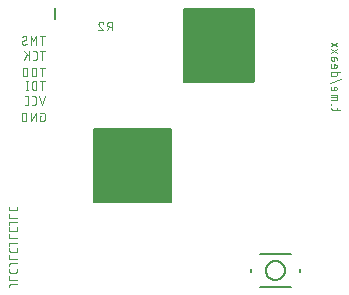
<source format=gbr>
G04 EAGLE Gerber RS-274X export*
G75*
%MOMM*%
%FSLAX34Y34*%
%LPD*%
%INSilkscreen Bottom*%
%IPPOS*%
%AMOC8*
5,1,8,0,0,1.08239X$1,22.5*%
G01*
%ADD10C,0.076200*%
%ADD11C,0.127000*%
%ADD12C,0.203200*%

G36*
X146068Y112271D02*
X146068Y112271D01*
X146086Y112269D01*
X146268Y112290D01*
X146451Y112309D01*
X146468Y112314D01*
X146485Y112316D01*
X146660Y112373D01*
X146836Y112427D01*
X146851Y112435D01*
X146868Y112441D01*
X147028Y112531D01*
X147190Y112619D01*
X147203Y112630D01*
X147219Y112639D01*
X147358Y112759D01*
X147499Y112876D01*
X147510Y112890D01*
X147524Y112902D01*
X147636Y113047D01*
X147751Y113190D01*
X147759Y113206D01*
X147770Y113220D01*
X147852Y113385D01*
X147937Y113547D01*
X147942Y113564D01*
X147950Y113581D01*
X147997Y113759D01*
X148048Y113934D01*
X148050Y113952D01*
X148054Y113969D01*
X148081Y114300D01*
X148081Y173990D01*
X148079Y174008D01*
X148081Y174026D01*
X148060Y174208D01*
X148041Y174391D01*
X148036Y174408D01*
X148034Y174425D01*
X147977Y174600D01*
X147923Y174776D01*
X147915Y174791D01*
X147909Y174808D01*
X147819Y174968D01*
X147731Y175130D01*
X147720Y175143D01*
X147711Y175159D01*
X147591Y175298D01*
X147474Y175439D01*
X147460Y175450D01*
X147448Y175464D01*
X147303Y175576D01*
X147160Y175691D01*
X147144Y175699D01*
X147130Y175710D01*
X146965Y175792D01*
X146803Y175877D01*
X146786Y175882D01*
X146770Y175890D01*
X146591Y175937D01*
X146416Y175988D01*
X146398Y175990D01*
X146381Y175994D01*
X146050Y176021D01*
X82550Y176021D01*
X82532Y176019D01*
X82514Y176021D01*
X82332Y176000D01*
X82149Y175981D01*
X82132Y175976D01*
X82115Y175974D01*
X81940Y175917D01*
X81764Y175863D01*
X81749Y175855D01*
X81732Y175849D01*
X81572Y175759D01*
X81410Y175671D01*
X81397Y175660D01*
X81381Y175651D01*
X81242Y175531D01*
X81101Y175414D01*
X81090Y175400D01*
X81077Y175388D01*
X80964Y175243D01*
X80849Y175100D01*
X80841Y175084D01*
X80830Y175070D01*
X80748Y174905D01*
X80663Y174743D01*
X80658Y174726D01*
X80650Y174710D01*
X80603Y174531D01*
X80552Y174356D01*
X80550Y174338D01*
X80546Y174321D01*
X80519Y173990D01*
X80519Y114300D01*
X80521Y114282D01*
X80519Y114264D01*
X80540Y114082D01*
X80559Y113899D01*
X80564Y113882D01*
X80566Y113865D01*
X80623Y113690D01*
X80677Y113514D01*
X80685Y113499D01*
X80691Y113482D01*
X80781Y113322D01*
X80869Y113160D01*
X80880Y113147D01*
X80889Y113131D01*
X81009Y112992D01*
X81126Y112851D01*
X81140Y112840D01*
X81152Y112827D01*
X81297Y112714D01*
X81440Y112599D01*
X81456Y112591D01*
X81470Y112580D01*
X81635Y112498D01*
X81797Y112413D01*
X81814Y112408D01*
X81831Y112400D01*
X82009Y112353D01*
X82184Y112302D01*
X82202Y112300D01*
X82219Y112296D01*
X82550Y112269D01*
X146050Y112269D01*
X146068Y112271D01*
G37*
G36*
X215918Y213871D02*
X215918Y213871D01*
X215936Y213869D01*
X216118Y213890D01*
X216301Y213909D01*
X216318Y213914D01*
X216335Y213916D01*
X216510Y213973D01*
X216686Y214027D01*
X216701Y214035D01*
X216718Y214041D01*
X216878Y214131D01*
X217040Y214219D01*
X217053Y214230D01*
X217069Y214239D01*
X217208Y214359D01*
X217349Y214476D01*
X217360Y214490D01*
X217374Y214502D01*
X217486Y214647D01*
X217601Y214790D01*
X217609Y214806D01*
X217620Y214820D01*
X217702Y214985D01*
X217787Y215147D01*
X217792Y215164D01*
X217800Y215181D01*
X217847Y215359D01*
X217898Y215534D01*
X217900Y215552D01*
X217904Y215569D01*
X217931Y215900D01*
X217931Y275590D01*
X217929Y275608D01*
X217931Y275626D01*
X217910Y275808D01*
X217891Y275991D01*
X217886Y276008D01*
X217884Y276025D01*
X217827Y276200D01*
X217773Y276376D01*
X217765Y276391D01*
X217759Y276408D01*
X217669Y276568D01*
X217581Y276730D01*
X217570Y276743D01*
X217561Y276759D01*
X217441Y276898D01*
X217324Y277039D01*
X217310Y277050D01*
X217298Y277064D01*
X217153Y277176D01*
X217010Y277291D01*
X216994Y277299D01*
X216980Y277310D01*
X216815Y277392D01*
X216653Y277477D01*
X216636Y277482D01*
X216620Y277490D01*
X216441Y277537D01*
X216266Y277588D01*
X216248Y277590D01*
X216231Y277594D01*
X215900Y277621D01*
X158750Y277621D01*
X158732Y277619D01*
X158714Y277621D01*
X158532Y277600D01*
X158349Y277581D01*
X158332Y277576D01*
X158315Y277574D01*
X158140Y277517D01*
X157964Y277463D01*
X157949Y277455D01*
X157932Y277449D01*
X157772Y277359D01*
X157610Y277271D01*
X157597Y277260D01*
X157581Y277251D01*
X157442Y277131D01*
X157301Y277014D01*
X157290Y277000D01*
X157277Y276988D01*
X157164Y276843D01*
X157049Y276700D01*
X157041Y276684D01*
X157030Y276670D01*
X156948Y276505D01*
X156863Y276343D01*
X156858Y276326D01*
X156850Y276310D01*
X156803Y276131D01*
X156752Y275956D01*
X156750Y275938D01*
X156746Y275921D01*
X156719Y275590D01*
X156719Y215900D01*
X156721Y215882D01*
X156719Y215864D01*
X156740Y215682D01*
X156759Y215499D01*
X156764Y215482D01*
X156766Y215465D01*
X156823Y215290D01*
X156877Y215114D01*
X156885Y215099D01*
X156891Y215082D01*
X156981Y214922D01*
X157069Y214760D01*
X157080Y214747D01*
X157089Y214731D01*
X157209Y214592D01*
X157326Y214451D01*
X157340Y214440D01*
X157352Y214427D01*
X157497Y214314D01*
X157640Y214199D01*
X157656Y214191D01*
X157670Y214180D01*
X157835Y214098D01*
X157997Y214013D01*
X158014Y214008D01*
X158031Y214000D01*
X158209Y213953D01*
X158384Y213902D01*
X158402Y213900D01*
X158419Y213896D01*
X158750Y213869D01*
X215900Y213869D01*
X215918Y213871D01*
G37*
D10*
X16995Y43868D02*
X11266Y43868D01*
X11188Y43866D01*
X11110Y43861D01*
X11033Y43851D01*
X10956Y43838D01*
X10880Y43822D01*
X10805Y43802D01*
X10731Y43778D01*
X10658Y43751D01*
X10586Y43720D01*
X10516Y43686D01*
X10448Y43649D01*
X10381Y43608D01*
X10316Y43564D01*
X10254Y43518D01*
X10194Y43468D01*
X10136Y43416D01*
X10081Y43361D01*
X10029Y43303D01*
X9979Y43243D01*
X9933Y43181D01*
X9889Y43116D01*
X9848Y43050D01*
X9811Y42981D01*
X9777Y42911D01*
X9746Y42839D01*
X9719Y42766D01*
X9695Y42692D01*
X9675Y42617D01*
X9659Y42541D01*
X9646Y42464D01*
X9636Y42387D01*
X9631Y42309D01*
X9629Y42231D01*
X9629Y41413D01*
X9629Y47562D02*
X16995Y47562D01*
X9629Y47562D02*
X9629Y50836D01*
X9629Y55256D02*
X9629Y56893D01*
X9629Y55256D02*
X9631Y55178D01*
X9636Y55100D01*
X9646Y55023D01*
X9659Y54946D01*
X9675Y54870D01*
X9695Y54795D01*
X9719Y54721D01*
X9746Y54648D01*
X9777Y54576D01*
X9811Y54506D01*
X9848Y54438D01*
X9889Y54371D01*
X9933Y54306D01*
X9979Y54244D01*
X10029Y54184D01*
X10081Y54126D01*
X10136Y54071D01*
X10194Y54019D01*
X10254Y53969D01*
X10316Y53923D01*
X10381Y53879D01*
X10447Y53838D01*
X10516Y53801D01*
X10586Y53767D01*
X10658Y53736D01*
X10731Y53709D01*
X10805Y53685D01*
X10880Y53665D01*
X10956Y53649D01*
X11033Y53636D01*
X11110Y53626D01*
X11188Y53621D01*
X11266Y53619D01*
X15358Y53619D01*
X15436Y53621D01*
X15514Y53626D01*
X15591Y53636D01*
X15668Y53649D01*
X15744Y53665D01*
X15819Y53685D01*
X15893Y53709D01*
X15966Y53736D01*
X16038Y53767D01*
X16108Y53801D01*
X16177Y53838D01*
X16243Y53879D01*
X16308Y53923D01*
X16370Y53969D01*
X16430Y54019D01*
X16488Y54071D01*
X16543Y54126D01*
X16595Y54184D01*
X16645Y54244D01*
X16691Y54306D01*
X16735Y54371D01*
X16776Y54438D01*
X16813Y54506D01*
X16847Y54576D01*
X16878Y54648D01*
X16905Y54721D01*
X16929Y54795D01*
X16949Y54870D01*
X16965Y54946D01*
X16978Y55023D01*
X16988Y55100D01*
X16993Y55178D01*
X16995Y55256D01*
X16995Y56893D01*
X16995Y61424D02*
X11266Y61424D01*
X11188Y61422D01*
X11110Y61417D01*
X11033Y61407D01*
X10956Y61394D01*
X10880Y61378D01*
X10805Y61358D01*
X10731Y61334D01*
X10658Y61307D01*
X10586Y61276D01*
X10516Y61242D01*
X10448Y61205D01*
X10381Y61164D01*
X10316Y61120D01*
X10254Y61074D01*
X10194Y61024D01*
X10136Y60972D01*
X10081Y60917D01*
X10029Y60859D01*
X9979Y60799D01*
X9933Y60737D01*
X9889Y60672D01*
X9848Y60606D01*
X9811Y60537D01*
X9777Y60467D01*
X9746Y60395D01*
X9719Y60322D01*
X9695Y60248D01*
X9675Y60173D01*
X9659Y60097D01*
X9646Y60020D01*
X9636Y59943D01*
X9631Y59865D01*
X9629Y59787D01*
X9629Y58969D01*
X9629Y65118D02*
X16995Y65118D01*
X9629Y65118D02*
X9629Y68392D01*
X9629Y72812D02*
X9629Y74449D01*
X9629Y72812D02*
X9631Y72734D01*
X9636Y72656D01*
X9646Y72579D01*
X9659Y72502D01*
X9675Y72426D01*
X9695Y72351D01*
X9719Y72277D01*
X9746Y72204D01*
X9777Y72132D01*
X9811Y72062D01*
X9848Y71994D01*
X9889Y71927D01*
X9933Y71862D01*
X9979Y71800D01*
X10029Y71740D01*
X10081Y71682D01*
X10136Y71627D01*
X10194Y71575D01*
X10254Y71525D01*
X10316Y71479D01*
X10381Y71435D01*
X10447Y71394D01*
X10516Y71357D01*
X10586Y71323D01*
X10658Y71292D01*
X10731Y71265D01*
X10805Y71241D01*
X10880Y71221D01*
X10956Y71205D01*
X11033Y71192D01*
X11110Y71182D01*
X11188Y71177D01*
X11266Y71175D01*
X15358Y71175D01*
X15436Y71177D01*
X15514Y71182D01*
X15591Y71192D01*
X15668Y71205D01*
X15744Y71221D01*
X15819Y71241D01*
X15893Y71265D01*
X15966Y71292D01*
X16038Y71323D01*
X16108Y71357D01*
X16177Y71394D01*
X16243Y71435D01*
X16308Y71479D01*
X16370Y71525D01*
X16430Y71575D01*
X16488Y71627D01*
X16543Y71682D01*
X16595Y71740D01*
X16645Y71800D01*
X16691Y71862D01*
X16735Y71927D01*
X16776Y71994D01*
X16813Y72062D01*
X16847Y72132D01*
X16878Y72204D01*
X16905Y72277D01*
X16929Y72351D01*
X16949Y72426D01*
X16965Y72502D01*
X16978Y72579D01*
X16988Y72656D01*
X16993Y72734D01*
X16995Y72812D01*
X16995Y74449D01*
X16995Y78981D02*
X11266Y78981D01*
X11188Y78979D01*
X11110Y78974D01*
X11033Y78964D01*
X10956Y78951D01*
X10880Y78935D01*
X10805Y78915D01*
X10731Y78891D01*
X10658Y78864D01*
X10586Y78833D01*
X10516Y78799D01*
X10448Y78762D01*
X10381Y78721D01*
X10316Y78677D01*
X10254Y78631D01*
X10194Y78581D01*
X10136Y78529D01*
X10081Y78474D01*
X10029Y78416D01*
X9979Y78356D01*
X9933Y78294D01*
X9889Y78229D01*
X9848Y78163D01*
X9811Y78094D01*
X9777Y78024D01*
X9746Y77952D01*
X9719Y77879D01*
X9695Y77805D01*
X9675Y77730D01*
X9659Y77654D01*
X9646Y77577D01*
X9636Y77500D01*
X9631Y77422D01*
X9629Y77344D01*
X9629Y76525D01*
X9629Y82675D02*
X16995Y82675D01*
X9629Y82675D02*
X9629Y85948D01*
X9629Y90369D02*
X9629Y92006D01*
X9629Y90369D02*
X9631Y90291D01*
X9636Y90213D01*
X9646Y90136D01*
X9659Y90059D01*
X9675Y89983D01*
X9695Y89908D01*
X9719Y89834D01*
X9746Y89761D01*
X9777Y89689D01*
X9811Y89619D01*
X9848Y89551D01*
X9889Y89484D01*
X9933Y89419D01*
X9979Y89357D01*
X10029Y89297D01*
X10081Y89239D01*
X10136Y89184D01*
X10194Y89132D01*
X10254Y89082D01*
X10316Y89036D01*
X10381Y88992D01*
X10447Y88951D01*
X10516Y88914D01*
X10586Y88880D01*
X10658Y88849D01*
X10731Y88822D01*
X10805Y88798D01*
X10880Y88778D01*
X10956Y88762D01*
X11033Y88749D01*
X11110Y88739D01*
X11188Y88734D01*
X11266Y88732D01*
X15358Y88732D01*
X15436Y88734D01*
X15514Y88739D01*
X15591Y88749D01*
X15668Y88762D01*
X15744Y88778D01*
X15819Y88798D01*
X15893Y88822D01*
X15966Y88849D01*
X16038Y88880D01*
X16108Y88914D01*
X16177Y88951D01*
X16243Y88992D01*
X16308Y89036D01*
X16370Y89082D01*
X16430Y89132D01*
X16488Y89184D01*
X16543Y89239D01*
X16595Y89297D01*
X16645Y89357D01*
X16691Y89419D01*
X16735Y89484D01*
X16776Y89551D01*
X16813Y89619D01*
X16847Y89689D01*
X16878Y89761D01*
X16905Y89834D01*
X16929Y89908D01*
X16949Y89983D01*
X16965Y90059D01*
X16978Y90136D01*
X16988Y90213D01*
X16993Y90291D01*
X16995Y90369D01*
X16995Y92006D01*
X16995Y96537D02*
X11266Y96537D01*
X11188Y96535D01*
X11110Y96530D01*
X11033Y96520D01*
X10956Y96507D01*
X10880Y96491D01*
X10805Y96471D01*
X10731Y96447D01*
X10658Y96420D01*
X10586Y96389D01*
X10516Y96355D01*
X10448Y96318D01*
X10381Y96277D01*
X10316Y96233D01*
X10254Y96187D01*
X10194Y96137D01*
X10136Y96085D01*
X10081Y96030D01*
X10029Y95972D01*
X9979Y95912D01*
X9933Y95850D01*
X9889Y95785D01*
X9848Y95719D01*
X9811Y95650D01*
X9777Y95580D01*
X9746Y95508D01*
X9719Y95435D01*
X9695Y95361D01*
X9675Y95286D01*
X9659Y95210D01*
X9646Y95133D01*
X9636Y95056D01*
X9631Y94978D01*
X9629Y94900D01*
X9629Y94082D01*
X9629Y100231D02*
X16995Y100231D01*
X9629Y100231D02*
X9629Y103505D01*
X9629Y107925D02*
X9629Y109562D01*
X9629Y107925D02*
X9631Y107847D01*
X9636Y107769D01*
X9646Y107692D01*
X9659Y107615D01*
X9675Y107539D01*
X9695Y107464D01*
X9719Y107390D01*
X9746Y107317D01*
X9777Y107245D01*
X9811Y107175D01*
X9848Y107107D01*
X9889Y107040D01*
X9933Y106975D01*
X9979Y106913D01*
X10029Y106853D01*
X10081Y106795D01*
X10136Y106740D01*
X10194Y106688D01*
X10254Y106638D01*
X10316Y106592D01*
X10381Y106548D01*
X10447Y106507D01*
X10516Y106470D01*
X10586Y106436D01*
X10658Y106405D01*
X10731Y106378D01*
X10805Y106354D01*
X10880Y106334D01*
X10956Y106318D01*
X11033Y106305D01*
X11110Y106295D01*
X11188Y106290D01*
X11266Y106288D01*
X15358Y106288D01*
X15436Y106290D01*
X15514Y106295D01*
X15591Y106305D01*
X15668Y106318D01*
X15744Y106334D01*
X15819Y106354D01*
X15893Y106378D01*
X15966Y106405D01*
X16038Y106436D01*
X16108Y106470D01*
X16177Y106507D01*
X16243Y106548D01*
X16308Y106592D01*
X16370Y106638D01*
X16430Y106688D01*
X16488Y106740D01*
X16543Y106795D01*
X16595Y106853D01*
X16645Y106913D01*
X16691Y106975D01*
X16735Y107040D01*
X16776Y107107D01*
X16813Y107175D01*
X16847Y107245D01*
X16878Y107317D01*
X16905Y107390D01*
X16929Y107464D01*
X16949Y107539D01*
X16965Y107615D01*
X16978Y107692D01*
X16988Y107769D01*
X16993Y107847D01*
X16995Y107925D01*
X16995Y109562D01*
X38063Y246518D02*
X38063Y253884D01*
X40109Y253884D02*
X36017Y253884D01*
X32959Y253884D02*
X32959Y246518D01*
X30504Y249791D02*
X32959Y253884D01*
X30504Y249791D02*
X28049Y253884D01*
X28049Y246518D01*
X22292Y246517D02*
X22214Y246519D01*
X22136Y246524D01*
X22059Y246534D01*
X21982Y246547D01*
X21906Y246563D01*
X21831Y246583D01*
X21757Y246607D01*
X21684Y246634D01*
X21612Y246665D01*
X21542Y246699D01*
X21474Y246736D01*
X21407Y246777D01*
X21342Y246821D01*
X21280Y246867D01*
X21220Y246917D01*
X21162Y246969D01*
X21107Y247024D01*
X21055Y247082D01*
X21005Y247142D01*
X20959Y247204D01*
X20915Y247269D01*
X20874Y247335D01*
X20837Y247404D01*
X20803Y247474D01*
X20772Y247546D01*
X20745Y247619D01*
X20721Y247693D01*
X20701Y247768D01*
X20685Y247844D01*
X20672Y247921D01*
X20662Y247998D01*
X20657Y248076D01*
X20655Y248154D01*
X22292Y246518D02*
X22406Y246520D01*
X22519Y246525D01*
X22633Y246535D01*
X22746Y246548D01*
X22858Y246565D01*
X22970Y246585D01*
X23081Y246609D01*
X23192Y246637D01*
X23301Y246668D01*
X23409Y246703D01*
X23516Y246742D01*
X23622Y246784D01*
X23726Y246829D01*
X23829Y246878D01*
X23930Y246931D01*
X24029Y246986D01*
X24127Y247045D01*
X24222Y247107D01*
X24315Y247172D01*
X24407Y247240D01*
X24495Y247311D01*
X24582Y247385D01*
X24666Y247462D01*
X24747Y247541D01*
X24543Y252247D02*
X24541Y252325D01*
X24536Y252403D01*
X24526Y252480D01*
X24513Y252557D01*
X24497Y252633D01*
X24477Y252708D01*
X24453Y252782D01*
X24426Y252855D01*
X24395Y252927D01*
X24361Y252997D01*
X24324Y253066D01*
X24283Y253132D01*
X24239Y253197D01*
X24193Y253259D01*
X24143Y253319D01*
X24091Y253377D01*
X24036Y253432D01*
X23978Y253484D01*
X23918Y253534D01*
X23856Y253580D01*
X23791Y253624D01*
X23725Y253665D01*
X23656Y253702D01*
X23586Y253736D01*
X23514Y253767D01*
X23441Y253794D01*
X23367Y253818D01*
X23292Y253838D01*
X23216Y253854D01*
X23139Y253867D01*
X23062Y253877D01*
X22984Y253882D01*
X22906Y253884D01*
X22906Y253883D02*
X22796Y253881D01*
X22687Y253875D01*
X22577Y253865D01*
X22469Y253852D01*
X22360Y253834D01*
X22253Y253813D01*
X22146Y253787D01*
X22040Y253758D01*
X21935Y253726D01*
X21832Y253689D01*
X21730Y253649D01*
X21629Y253605D01*
X21530Y253557D01*
X21433Y253507D01*
X21338Y253452D01*
X21245Y253394D01*
X21154Y253333D01*
X21065Y253269D01*
X23724Y250814D02*
X23791Y250856D01*
X23856Y250900D01*
X23918Y250948D01*
X23978Y250998D01*
X24036Y251051D01*
X24091Y251107D01*
X24143Y251166D01*
X24193Y251226D01*
X24240Y251290D01*
X24283Y251355D01*
X24324Y251422D01*
X24361Y251491D01*
X24395Y251562D01*
X24426Y251634D01*
X24453Y251708D01*
X24477Y251782D01*
X24497Y251858D01*
X24513Y251935D01*
X24526Y252012D01*
X24536Y252090D01*
X24541Y252169D01*
X24543Y252247D01*
X21473Y249586D02*
X21407Y249545D01*
X21342Y249500D01*
X21280Y249453D01*
X21220Y249402D01*
X21162Y249349D01*
X21107Y249293D01*
X21054Y249235D01*
X21005Y249174D01*
X20958Y249111D01*
X20915Y249046D01*
X20874Y248979D01*
X20837Y248910D01*
X20803Y248839D01*
X20772Y248767D01*
X20745Y248693D01*
X20721Y248618D01*
X20701Y248543D01*
X20685Y248466D01*
X20672Y248389D01*
X20662Y248311D01*
X20657Y248232D01*
X20655Y248154D01*
X21473Y249587D02*
X23724Y250814D01*
X38063Y241184D02*
X38063Y233818D01*
X40109Y241184D02*
X36017Y241184D01*
X31668Y233818D02*
X30031Y233818D01*
X31668Y233817D02*
X31746Y233819D01*
X31824Y233824D01*
X31901Y233834D01*
X31978Y233847D01*
X32054Y233863D01*
X32129Y233883D01*
X32203Y233907D01*
X32276Y233934D01*
X32348Y233965D01*
X32418Y233999D01*
X32487Y234036D01*
X32553Y234077D01*
X32618Y234121D01*
X32680Y234167D01*
X32740Y234217D01*
X32798Y234269D01*
X32853Y234324D01*
X32905Y234382D01*
X32955Y234442D01*
X33001Y234504D01*
X33045Y234569D01*
X33086Y234636D01*
X33123Y234704D01*
X33157Y234774D01*
X33188Y234846D01*
X33215Y234919D01*
X33239Y234993D01*
X33259Y235068D01*
X33275Y235144D01*
X33288Y235221D01*
X33298Y235298D01*
X33303Y235376D01*
X33305Y235454D01*
X33305Y239547D01*
X33303Y239625D01*
X33298Y239703D01*
X33288Y239780D01*
X33275Y239857D01*
X33259Y239933D01*
X33239Y240008D01*
X33215Y240082D01*
X33188Y240155D01*
X33157Y240227D01*
X33123Y240297D01*
X33086Y240366D01*
X33045Y240432D01*
X33001Y240497D01*
X32955Y240559D01*
X32905Y240619D01*
X32853Y240677D01*
X32798Y240732D01*
X32740Y240784D01*
X32680Y240834D01*
X32618Y240880D01*
X32553Y240924D01*
X32487Y240965D01*
X32418Y241002D01*
X32348Y241036D01*
X32276Y241067D01*
X32203Y241094D01*
X32129Y241118D01*
X32054Y241138D01*
X31978Y241154D01*
X31901Y241167D01*
X31824Y241177D01*
X31746Y241182D01*
X31668Y241184D01*
X30031Y241184D01*
X26824Y241184D02*
X26824Y233818D01*
X26824Y236682D02*
X22732Y241184D01*
X25187Y238319D02*
X22732Y233818D01*
X38063Y227214D02*
X38063Y219848D01*
X40109Y227214D02*
X36017Y227214D01*
X33038Y227214D02*
X33038Y219848D01*
X33038Y227214D02*
X30992Y227214D01*
X30992Y227213D02*
X30903Y227211D01*
X30814Y227205D01*
X30725Y227195D01*
X30637Y227182D01*
X30549Y227165D01*
X30462Y227143D01*
X30377Y227118D01*
X30292Y227090D01*
X30209Y227057D01*
X30127Y227021D01*
X30047Y226982D01*
X29969Y226939D01*
X29893Y226893D01*
X29818Y226843D01*
X29746Y226790D01*
X29677Y226734D01*
X29610Y226675D01*
X29545Y226614D01*
X29484Y226549D01*
X29425Y226482D01*
X29369Y226413D01*
X29316Y226341D01*
X29266Y226266D01*
X29220Y226190D01*
X29177Y226112D01*
X29138Y226032D01*
X29102Y225950D01*
X29069Y225867D01*
X29041Y225782D01*
X29016Y225697D01*
X28994Y225610D01*
X28977Y225522D01*
X28964Y225434D01*
X28954Y225345D01*
X28948Y225256D01*
X28946Y225167D01*
X28946Y221894D01*
X28948Y221805D01*
X28954Y221716D01*
X28964Y221627D01*
X28977Y221539D01*
X28994Y221451D01*
X29016Y221364D01*
X29041Y221279D01*
X29069Y221194D01*
X29102Y221111D01*
X29138Y221029D01*
X29177Y220949D01*
X29220Y220871D01*
X29266Y220795D01*
X29316Y220720D01*
X29369Y220648D01*
X29425Y220579D01*
X29484Y220512D01*
X29545Y220447D01*
X29610Y220386D01*
X29677Y220327D01*
X29746Y220271D01*
X29818Y220218D01*
X29893Y220168D01*
X29969Y220122D01*
X30047Y220079D01*
X30127Y220040D01*
X30209Y220004D01*
X30292Y219971D01*
X30377Y219943D01*
X30462Y219918D01*
X30549Y219896D01*
X30637Y219879D01*
X30725Y219866D01*
X30814Y219856D01*
X30903Y219850D01*
X30992Y219848D01*
X33038Y219848D01*
X25479Y221894D02*
X25479Y225167D01*
X25477Y225256D01*
X25471Y225345D01*
X25461Y225434D01*
X25448Y225522D01*
X25431Y225610D01*
X25409Y225697D01*
X25384Y225782D01*
X25356Y225867D01*
X25323Y225950D01*
X25287Y226032D01*
X25248Y226112D01*
X25205Y226190D01*
X25159Y226266D01*
X25109Y226341D01*
X25056Y226413D01*
X25000Y226482D01*
X24941Y226549D01*
X24880Y226614D01*
X24815Y226675D01*
X24748Y226734D01*
X24679Y226790D01*
X24607Y226843D01*
X24532Y226893D01*
X24456Y226939D01*
X24378Y226982D01*
X24298Y227021D01*
X24216Y227057D01*
X24133Y227090D01*
X24048Y227118D01*
X23963Y227143D01*
X23876Y227165D01*
X23788Y227182D01*
X23700Y227195D01*
X23611Y227205D01*
X23522Y227211D01*
X23433Y227213D01*
X23344Y227211D01*
X23255Y227205D01*
X23166Y227195D01*
X23078Y227182D01*
X22990Y227165D01*
X22903Y227143D01*
X22818Y227118D01*
X22733Y227090D01*
X22650Y227057D01*
X22568Y227021D01*
X22488Y226982D01*
X22410Y226939D01*
X22334Y226893D01*
X22259Y226843D01*
X22187Y226790D01*
X22118Y226734D01*
X22051Y226675D01*
X21986Y226614D01*
X21925Y226549D01*
X21866Y226482D01*
X21810Y226413D01*
X21757Y226341D01*
X21707Y226266D01*
X21661Y226190D01*
X21618Y226112D01*
X21579Y226032D01*
X21543Y225950D01*
X21510Y225867D01*
X21482Y225782D01*
X21457Y225697D01*
X21435Y225610D01*
X21418Y225522D01*
X21405Y225434D01*
X21395Y225345D01*
X21389Y225256D01*
X21387Y225167D01*
X21386Y225167D02*
X21386Y221894D01*
X21387Y221894D02*
X21389Y221805D01*
X21395Y221716D01*
X21405Y221627D01*
X21418Y221539D01*
X21435Y221451D01*
X21457Y221364D01*
X21482Y221279D01*
X21510Y221194D01*
X21543Y221111D01*
X21579Y221029D01*
X21618Y220949D01*
X21661Y220871D01*
X21707Y220795D01*
X21757Y220720D01*
X21810Y220648D01*
X21866Y220579D01*
X21925Y220512D01*
X21986Y220447D01*
X22051Y220386D01*
X22118Y220327D01*
X22187Y220271D01*
X22259Y220218D01*
X22334Y220168D01*
X22410Y220122D01*
X22488Y220079D01*
X22568Y220040D01*
X22650Y220004D01*
X22733Y219971D01*
X22818Y219943D01*
X22903Y219918D01*
X22990Y219896D01*
X23078Y219879D01*
X23166Y219866D01*
X23255Y219856D01*
X23344Y219850D01*
X23433Y219848D01*
X23522Y219850D01*
X23611Y219856D01*
X23700Y219866D01*
X23788Y219879D01*
X23876Y219896D01*
X23963Y219918D01*
X24048Y219943D01*
X24133Y219971D01*
X24216Y220004D01*
X24298Y220040D01*
X24378Y220079D01*
X24456Y220122D01*
X24532Y220168D01*
X24607Y220218D01*
X24679Y220271D01*
X24748Y220327D01*
X24815Y220386D01*
X24880Y220447D01*
X24941Y220512D01*
X25000Y220579D01*
X25056Y220648D01*
X25109Y220720D01*
X25159Y220795D01*
X25205Y220871D01*
X25248Y220949D01*
X25287Y221029D01*
X25323Y221111D01*
X25356Y221194D01*
X25384Y221279D01*
X25409Y221364D01*
X25431Y221451D01*
X25448Y221539D01*
X25461Y221627D01*
X25471Y221716D01*
X25477Y221805D01*
X25479Y221894D01*
X38063Y215784D02*
X38063Y208418D01*
X40109Y215784D02*
X36017Y215784D01*
X33038Y215784D02*
X33038Y208418D01*
X33038Y215784D02*
X30992Y215784D01*
X30992Y215783D02*
X30903Y215781D01*
X30814Y215775D01*
X30725Y215765D01*
X30637Y215752D01*
X30549Y215735D01*
X30462Y215713D01*
X30377Y215688D01*
X30292Y215660D01*
X30209Y215627D01*
X30127Y215591D01*
X30047Y215552D01*
X29969Y215509D01*
X29893Y215463D01*
X29818Y215413D01*
X29746Y215360D01*
X29677Y215304D01*
X29610Y215245D01*
X29545Y215184D01*
X29484Y215119D01*
X29425Y215052D01*
X29369Y214983D01*
X29316Y214911D01*
X29266Y214836D01*
X29220Y214760D01*
X29177Y214682D01*
X29138Y214602D01*
X29102Y214520D01*
X29069Y214437D01*
X29041Y214352D01*
X29016Y214267D01*
X28994Y214180D01*
X28977Y214092D01*
X28964Y214004D01*
X28954Y213915D01*
X28948Y213826D01*
X28946Y213737D01*
X28946Y210464D01*
X28948Y210375D01*
X28954Y210286D01*
X28964Y210197D01*
X28977Y210109D01*
X28994Y210021D01*
X29016Y209934D01*
X29041Y209849D01*
X29069Y209764D01*
X29102Y209681D01*
X29138Y209599D01*
X29177Y209519D01*
X29220Y209441D01*
X29266Y209365D01*
X29316Y209290D01*
X29369Y209218D01*
X29425Y209149D01*
X29484Y209082D01*
X29545Y209017D01*
X29610Y208956D01*
X29677Y208897D01*
X29746Y208841D01*
X29818Y208788D01*
X29893Y208738D01*
X29969Y208692D01*
X30047Y208649D01*
X30127Y208610D01*
X30209Y208574D01*
X30292Y208541D01*
X30377Y208513D01*
X30462Y208488D01*
X30549Y208466D01*
X30637Y208449D01*
X30725Y208436D01*
X30814Y208426D01*
X30903Y208420D01*
X30992Y208418D01*
X33038Y208418D01*
X24896Y208418D02*
X24896Y215784D01*
X25714Y208418D02*
X24077Y208418D01*
X24077Y215784D02*
X25714Y215784D01*
X40109Y203084D02*
X37654Y195718D01*
X35198Y203084D01*
X30771Y195718D02*
X29134Y195718D01*
X30771Y195717D02*
X30849Y195719D01*
X30927Y195724D01*
X31004Y195734D01*
X31081Y195747D01*
X31157Y195763D01*
X31232Y195783D01*
X31306Y195807D01*
X31379Y195834D01*
X31451Y195865D01*
X31521Y195899D01*
X31590Y195936D01*
X31656Y195977D01*
X31721Y196021D01*
X31783Y196067D01*
X31843Y196117D01*
X31901Y196169D01*
X31956Y196224D01*
X32008Y196282D01*
X32058Y196342D01*
X32104Y196404D01*
X32148Y196469D01*
X32189Y196536D01*
X32226Y196604D01*
X32260Y196674D01*
X32291Y196746D01*
X32318Y196819D01*
X32342Y196893D01*
X32362Y196968D01*
X32378Y197044D01*
X32391Y197121D01*
X32401Y197198D01*
X32406Y197276D01*
X32408Y197354D01*
X32408Y201447D01*
X32406Y201525D01*
X32401Y201603D01*
X32391Y201680D01*
X32378Y201757D01*
X32362Y201833D01*
X32342Y201908D01*
X32318Y201982D01*
X32291Y202055D01*
X32260Y202127D01*
X32226Y202197D01*
X32189Y202266D01*
X32148Y202332D01*
X32104Y202397D01*
X32058Y202459D01*
X32008Y202519D01*
X31956Y202577D01*
X31901Y202632D01*
X31843Y202684D01*
X31783Y202734D01*
X31721Y202780D01*
X31656Y202824D01*
X31590Y202865D01*
X31521Y202902D01*
X31451Y202936D01*
X31379Y202967D01*
X31306Y202994D01*
X31232Y203018D01*
X31157Y203038D01*
X31081Y203054D01*
X31004Y203067D01*
X30927Y203077D01*
X30849Y203082D01*
X30771Y203084D01*
X29134Y203084D01*
X24675Y195718D02*
X23038Y195718D01*
X24675Y195717D02*
X24753Y195719D01*
X24831Y195724D01*
X24908Y195734D01*
X24985Y195747D01*
X25061Y195763D01*
X25136Y195783D01*
X25210Y195807D01*
X25283Y195834D01*
X25355Y195865D01*
X25425Y195899D01*
X25494Y195936D01*
X25560Y195977D01*
X25625Y196021D01*
X25687Y196067D01*
X25747Y196117D01*
X25805Y196169D01*
X25860Y196224D01*
X25912Y196282D01*
X25962Y196342D01*
X26008Y196404D01*
X26052Y196469D01*
X26093Y196536D01*
X26130Y196604D01*
X26164Y196674D01*
X26195Y196746D01*
X26222Y196819D01*
X26246Y196893D01*
X26266Y196968D01*
X26282Y197044D01*
X26295Y197121D01*
X26305Y197198D01*
X26310Y197276D01*
X26312Y197354D01*
X26312Y201447D01*
X26310Y201525D01*
X26305Y201603D01*
X26295Y201680D01*
X26282Y201757D01*
X26266Y201833D01*
X26246Y201908D01*
X26222Y201982D01*
X26195Y202055D01*
X26164Y202127D01*
X26130Y202197D01*
X26093Y202266D01*
X26052Y202332D01*
X26008Y202397D01*
X25962Y202459D01*
X25912Y202519D01*
X25860Y202577D01*
X25805Y202632D01*
X25747Y202684D01*
X25687Y202734D01*
X25625Y202780D01*
X25560Y202824D01*
X25494Y202865D01*
X25425Y202902D01*
X25355Y202936D01*
X25283Y202967D01*
X25210Y202994D01*
X25136Y203018D01*
X25061Y203038D01*
X24985Y203054D01*
X24908Y203067D01*
X24831Y203077D01*
X24753Y203082D01*
X24675Y203084D01*
X23038Y203084D01*
X36017Y185840D02*
X37245Y185840D01*
X36017Y185840D02*
X36017Y181748D01*
X38472Y181748D01*
X38472Y181747D02*
X38550Y181749D01*
X38628Y181754D01*
X38705Y181764D01*
X38782Y181777D01*
X38858Y181793D01*
X38933Y181813D01*
X39007Y181837D01*
X39080Y181864D01*
X39152Y181895D01*
X39222Y181929D01*
X39291Y181966D01*
X39357Y182007D01*
X39422Y182051D01*
X39484Y182097D01*
X39544Y182147D01*
X39602Y182199D01*
X39657Y182254D01*
X39709Y182312D01*
X39759Y182372D01*
X39805Y182434D01*
X39849Y182499D01*
X39890Y182566D01*
X39927Y182634D01*
X39961Y182704D01*
X39992Y182776D01*
X40019Y182849D01*
X40043Y182923D01*
X40063Y182998D01*
X40079Y183074D01*
X40092Y183151D01*
X40102Y183228D01*
X40107Y183306D01*
X40109Y183384D01*
X40109Y187477D01*
X40107Y187555D01*
X40102Y187633D01*
X40092Y187710D01*
X40079Y187787D01*
X40063Y187863D01*
X40043Y187938D01*
X40019Y188012D01*
X39992Y188085D01*
X39961Y188157D01*
X39927Y188227D01*
X39890Y188296D01*
X39849Y188362D01*
X39805Y188427D01*
X39759Y188489D01*
X39709Y188549D01*
X39657Y188607D01*
X39602Y188662D01*
X39544Y188714D01*
X39484Y188764D01*
X39422Y188810D01*
X39357Y188854D01*
X39291Y188895D01*
X39222Y188932D01*
X39152Y188966D01*
X39080Y188997D01*
X39007Y189024D01*
X38933Y189048D01*
X38858Y189068D01*
X38782Y189084D01*
X38705Y189097D01*
X38628Y189107D01*
X38550Y189112D01*
X38472Y189114D01*
X36017Y189114D01*
X32306Y189114D02*
X32306Y181748D01*
X28214Y181748D02*
X32306Y189114D01*
X28214Y189114D02*
X28214Y181748D01*
X24503Y181748D02*
X24503Y189114D01*
X22457Y189114D01*
X22457Y189113D02*
X22368Y189111D01*
X22279Y189105D01*
X22190Y189095D01*
X22102Y189082D01*
X22014Y189065D01*
X21927Y189043D01*
X21842Y189018D01*
X21757Y188990D01*
X21674Y188957D01*
X21592Y188921D01*
X21512Y188882D01*
X21434Y188839D01*
X21358Y188793D01*
X21283Y188743D01*
X21211Y188690D01*
X21142Y188634D01*
X21075Y188575D01*
X21010Y188514D01*
X20949Y188449D01*
X20890Y188382D01*
X20834Y188313D01*
X20781Y188241D01*
X20731Y188166D01*
X20685Y188090D01*
X20642Y188012D01*
X20603Y187932D01*
X20567Y187850D01*
X20534Y187767D01*
X20506Y187682D01*
X20481Y187597D01*
X20459Y187510D01*
X20442Y187422D01*
X20429Y187334D01*
X20419Y187245D01*
X20413Y187156D01*
X20411Y187067D01*
X20411Y183794D01*
X20413Y183705D01*
X20419Y183616D01*
X20429Y183527D01*
X20442Y183439D01*
X20459Y183351D01*
X20481Y183264D01*
X20506Y183179D01*
X20534Y183094D01*
X20567Y183011D01*
X20603Y182929D01*
X20642Y182849D01*
X20685Y182771D01*
X20731Y182695D01*
X20781Y182620D01*
X20834Y182548D01*
X20890Y182479D01*
X20949Y182412D01*
X21010Y182347D01*
X21075Y182286D01*
X21142Y182227D01*
X21211Y182171D01*
X21283Y182118D01*
X21358Y182068D01*
X21434Y182022D01*
X21512Y181979D01*
X21592Y181940D01*
X21674Y181904D01*
X21757Y181871D01*
X21842Y181843D01*
X21927Y181818D01*
X22014Y181796D01*
X22102Y181779D01*
X22190Y181766D01*
X22279Y181756D01*
X22368Y181750D01*
X22457Y181748D01*
X24503Y181748D01*
X287336Y190892D02*
X287336Y193347D01*
X289791Y191710D02*
X283653Y191710D01*
X283584Y191712D01*
X283516Y191718D01*
X283447Y191727D01*
X283380Y191741D01*
X283313Y191758D01*
X283247Y191779D01*
X283183Y191803D01*
X283120Y191832D01*
X283059Y191863D01*
X283000Y191898D01*
X282942Y191936D01*
X282887Y191978D01*
X282835Y192022D01*
X282785Y192070D01*
X282737Y192120D01*
X282693Y192172D01*
X282651Y192227D01*
X282613Y192285D01*
X282578Y192344D01*
X282547Y192405D01*
X282518Y192468D01*
X282494Y192532D01*
X282473Y192598D01*
X282456Y192665D01*
X282442Y192732D01*
X282433Y192801D01*
X282427Y192869D01*
X282425Y192938D01*
X282425Y193347D01*
X282425Y195880D02*
X282834Y195880D01*
X282834Y196289D01*
X282425Y196289D01*
X282425Y195880D01*
X282425Y199482D02*
X287336Y199482D01*
X287336Y203165D01*
X287334Y203234D01*
X287328Y203302D01*
X287319Y203371D01*
X287305Y203438D01*
X287288Y203505D01*
X287267Y203571D01*
X287243Y203635D01*
X287214Y203698D01*
X287183Y203759D01*
X287148Y203818D01*
X287110Y203876D01*
X287068Y203931D01*
X287024Y203983D01*
X286976Y204033D01*
X286926Y204081D01*
X286874Y204125D01*
X286819Y204167D01*
X286761Y204205D01*
X286702Y204240D01*
X286641Y204271D01*
X286578Y204300D01*
X286514Y204324D01*
X286448Y204345D01*
X286381Y204362D01*
X286314Y204376D01*
X286245Y204385D01*
X286177Y204391D01*
X286108Y204393D01*
X286108Y204392D02*
X282425Y204392D01*
X282425Y201937D02*
X287336Y201937D01*
X282425Y209087D02*
X282425Y211133D01*
X282425Y209087D02*
X282427Y209018D01*
X282433Y208950D01*
X282442Y208881D01*
X282456Y208814D01*
X282473Y208747D01*
X282494Y208681D01*
X282518Y208617D01*
X282547Y208554D01*
X282578Y208493D01*
X282613Y208434D01*
X282651Y208376D01*
X282693Y208321D01*
X282737Y208269D01*
X282785Y208219D01*
X282835Y208171D01*
X282887Y208127D01*
X282942Y208085D01*
X283000Y208047D01*
X283059Y208012D01*
X283120Y207981D01*
X283183Y207952D01*
X283247Y207928D01*
X283313Y207907D01*
X283380Y207890D01*
X283447Y207876D01*
X283516Y207867D01*
X283584Y207861D01*
X283653Y207859D01*
X285699Y207859D01*
X285778Y207861D01*
X285857Y207867D01*
X285936Y207876D01*
X286014Y207889D01*
X286091Y207907D01*
X286167Y207927D01*
X286242Y207952D01*
X286316Y207980D01*
X286389Y208011D01*
X286460Y208047D01*
X286529Y208085D01*
X286596Y208127D01*
X286661Y208172D01*
X286724Y208220D01*
X286785Y208271D01*
X286842Y208325D01*
X286898Y208381D01*
X286950Y208440D01*
X287000Y208502D01*
X287046Y208566D01*
X287090Y208632D01*
X287130Y208700D01*
X287166Y208770D01*
X287200Y208842D01*
X287230Y208916D01*
X287256Y208990D01*
X287279Y209066D01*
X287297Y209143D01*
X287313Y209220D01*
X287324Y209299D01*
X287332Y209377D01*
X287336Y209456D01*
X287336Y209536D01*
X287332Y209615D01*
X287324Y209693D01*
X287313Y209772D01*
X287297Y209849D01*
X287279Y209926D01*
X287256Y210002D01*
X287230Y210076D01*
X287200Y210150D01*
X287166Y210222D01*
X287130Y210292D01*
X287090Y210360D01*
X287046Y210426D01*
X287000Y210490D01*
X286950Y210552D01*
X286898Y210611D01*
X286842Y210667D01*
X286785Y210721D01*
X286724Y210772D01*
X286661Y210820D01*
X286596Y210865D01*
X286529Y210907D01*
X286460Y210945D01*
X286389Y210981D01*
X286316Y211012D01*
X286242Y211040D01*
X286167Y211065D01*
X286091Y211085D01*
X286014Y211103D01*
X285936Y211116D01*
X285857Y211125D01*
X285778Y211131D01*
X285699Y211133D01*
X284880Y211133D01*
X284880Y207859D01*
X281607Y213955D02*
X290610Y217229D01*
X289791Y223284D02*
X282425Y223284D01*
X282425Y221238D01*
X282427Y221169D01*
X282433Y221101D01*
X282442Y221032D01*
X282456Y220965D01*
X282473Y220898D01*
X282494Y220832D01*
X282518Y220768D01*
X282547Y220705D01*
X282578Y220644D01*
X282613Y220585D01*
X282651Y220527D01*
X282693Y220472D01*
X282737Y220420D01*
X282785Y220370D01*
X282835Y220322D01*
X282887Y220278D01*
X282942Y220236D01*
X283000Y220198D01*
X283059Y220163D01*
X283120Y220132D01*
X283183Y220103D01*
X283247Y220079D01*
X283313Y220058D01*
X283380Y220041D01*
X283447Y220027D01*
X283516Y220018D01*
X283584Y220012D01*
X283653Y220010D01*
X286108Y220010D01*
X286177Y220012D01*
X286245Y220018D01*
X286314Y220027D01*
X286381Y220041D01*
X286448Y220058D01*
X286514Y220079D01*
X286578Y220103D01*
X286641Y220132D01*
X286702Y220163D01*
X286761Y220198D01*
X286819Y220236D01*
X286874Y220278D01*
X286926Y220322D01*
X286976Y220370D01*
X287024Y220420D01*
X287068Y220472D01*
X287110Y220527D01*
X287148Y220585D01*
X287183Y220644D01*
X287214Y220705D01*
X287243Y220768D01*
X287267Y220832D01*
X287288Y220898D01*
X287305Y220965D01*
X287319Y221032D01*
X287328Y221101D01*
X287334Y221169D01*
X287336Y221238D01*
X287336Y223284D01*
X282425Y227862D02*
X282425Y229908D01*
X282425Y227862D02*
X282427Y227793D01*
X282433Y227725D01*
X282442Y227656D01*
X282456Y227589D01*
X282473Y227522D01*
X282494Y227456D01*
X282518Y227392D01*
X282547Y227329D01*
X282578Y227268D01*
X282613Y227209D01*
X282651Y227151D01*
X282693Y227096D01*
X282737Y227044D01*
X282785Y226994D01*
X282835Y226946D01*
X282887Y226902D01*
X282942Y226860D01*
X283000Y226822D01*
X283059Y226787D01*
X283120Y226756D01*
X283183Y226727D01*
X283247Y226703D01*
X283313Y226682D01*
X283380Y226665D01*
X283447Y226651D01*
X283516Y226642D01*
X283584Y226636D01*
X283653Y226634D01*
X283653Y226635D02*
X285699Y226635D01*
X285778Y226637D01*
X285857Y226643D01*
X285936Y226652D01*
X286014Y226665D01*
X286091Y226683D01*
X286167Y226703D01*
X286242Y226728D01*
X286316Y226756D01*
X286389Y226787D01*
X286460Y226823D01*
X286529Y226861D01*
X286596Y226903D01*
X286661Y226948D01*
X286724Y226996D01*
X286785Y227047D01*
X286842Y227101D01*
X286898Y227157D01*
X286950Y227216D01*
X287000Y227278D01*
X287046Y227342D01*
X287090Y227408D01*
X287130Y227476D01*
X287166Y227546D01*
X287200Y227618D01*
X287230Y227692D01*
X287256Y227766D01*
X287279Y227842D01*
X287297Y227919D01*
X287313Y227996D01*
X287324Y228075D01*
X287332Y228153D01*
X287336Y228232D01*
X287336Y228312D01*
X287332Y228391D01*
X287324Y228469D01*
X287313Y228548D01*
X287297Y228625D01*
X287279Y228702D01*
X287256Y228778D01*
X287230Y228852D01*
X287200Y228926D01*
X287166Y228998D01*
X287130Y229068D01*
X287090Y229136D01*
X287046Y229202D01*
X287000Y229266D01*
X286950Y229328D01*
X286898Y229387D01*
X286842Y229443D01*
X286785Y229497D01*
X286724Y229548D01*
X286661Y229596D01*
X286596Y229641D01*
X286529Y229683D01*
X286460Y229721D01*
X286389Y229757D01*
X286316Y229788D01*
X286242Y229816D01*
X286167Y229841D01*
X286091Y229861D01*
X286014Y229879D01*
X285936Y229892D01*
X285857Y229901D01*
X285778Y229907D01*
X285699Y229909D01*
X285699Y229908D02*
X284880Y229908D01*
X284880Y226635D01*
X285290Y234366D02*
X285290Y236207D01*
X285289Y234366D02*
X285287Y234291D01*
X285281Y234216D01*
X285271Y234142D01*
X285258Y234068D01*
X285240Y233995D01*
X285219Y233923D01*
X285194Y233853D01*
X285165Y233784D01*
X285133Y233716D01*
X285097Y233650D01*
X285058Y233586D01*
X285016Y233524D01*
X284970Y233465D01*
X284921Y233408D01*
X284870Y233353D01*
X284815Y233302D01*
X284758Y233253D01*
X284699Y233207D01*
X284637Y233165D01*
X284573Y233126D01*
X284507Y233090D01*
X284439Y233058D01*
X284370Y233029D01*
X284300Y233004D01*
X284228Y232983D01*
X284155Y232965D01*
X284081Y232952D01*
X284007Y232942D01*
X283932Y232936D01*
X283857Y232934D01*
X283782Y232936D01*
X283707Y232942D01*
X283633Y232952D01*
X283559Y232965D01*
X283486Y232983D01*
X283414Y233004D01*
X283344Y233029D01*
X283275Y233058D01*
X283207Y233090D01*
X283141Y233126D01*
X283077Y233165D01*
X283015Y233207D01*
X282956Y233253D01*
X282899Y233302D01*
X282844Y233353D01*
X282793Y233408D01*
X282744Y233465D01*
X282698Y233524D01*
X282656Y233586D01*
X282617Y233650D01*
X282581Y233716D01*
X282549Y233784D01*
X282520Y233853D01*
X282495Y233923D01*
X282474Y233995D01*
X282456Y234068D01*
X282443Y234142D01*
X282433Y234216D01*
X282427Y234291D01*
X282425Y234366D01*
X282425Y236207D01*
X286108Y236207D01*
X286108Y236208D02*
X286177Y236206D01*
X286245Y236200D01*
X286314Y236191D01*
X286381Y236177D01*
X286448Y236160D01*
X286514Y236139D01*
X286578Y236115D01*
X286641Y236086D01*
X286702Y236055D01*
X286761Y236020D01*
X286819Y235982D01*
X286874Y235940D01*
X286926Y235896D01*
X286976Y235848D01*
X287024Y235798D01*
X287068Y235746D01*
X287110Y235691D01*
X287148Y235633D01*
X287183Y235574D01*
X287214Y235513D01*
X287243Y235450D01*
X287267Y235386D01*
X287288Y235320D01*
X287305Y235253D01*
X287319Y235186D01*
X287328Y235117D01*
X287334Y235049D01*
X287336Y234980D01*
X287336Y233343D01*
X282425Y239314D02*
X287336Y242588D01*
X287336Y239314D02*
X282425Y242588D01*
X282425Y245166D02*
X287336Y248440D01*
X287336Y245166D02*
X282425Y248440D01*
X96926Y258685D02*
X96926Y266051D01*
X94879Y266051D01*
X94790Y266049D01*
X94701Y266043D01*
X94612Y266033D01*
X94524Y266020D01*
X94436Y266003D01*
X94349Y265981D01*
X94264Y265956D01*
X94179Y265928D01*
X94096Y265895D01*
X94014Y265859D01*
X93934Y265820D01*
X93856Y265777D01*
X93780Y265731D01*
X93705Y265681D01*
X93633Y265628D01*
X93564Y265572D01*
X93497Y265513D01*
X93432Y265452D01*
X93371Y265387D01*
X93312Y265320D01*
X93256Y265251D01*
X93203Y265179D01*
X93153Y265104D01*
X93107Y265028D01*
X93064Y264950D01*
X93025Y264870D01*
X92989Y264788D01*
X92956Y264705D01*
X92928Y264620D01*
X92903Y264535D01*
X92881Y264448D01*
X92864Y264360D01*
X92851Y264272D01*
X92841Y264183D01*
X92835Y264094D01*
X92833Y264005D01*
X92835Y263916D01*
X92841Y263827D01*
X92851Y263738D01*
X92864Y263650D01*
X92881Y263562D01*
X92903Y263475D01*
X92928Y263390D01*
X92956Y263305D01*
X92989Y263222D01*
X93025Y263140D01*
X93064Y263060D01*
X93107Y262982D01*
X93153Y262906D01*
X93203Y262831D01*
X93256Y262759D01*
X93312Y262690D01*
X93371Y262623D01*
X93432Y262558D01*
X93497Y262497D01*
X93564Y262438D01*
X93633Y262382D01*
X93705Y262329D01*
X93780Y262279D01*
X93856Y262233D01*
X93934Y262190D01*
X94014Y262151D01*
X94096Y262115D01*
X94179Y262082D01*
X94264Y262054D01*
X94349Y262029D01*
X94436Y262007D01*
X94524Y261990D01*
X94612Y261977D01*
X94701Y261967D01*
X94790Y261961D01*
X94879Y261959D01*
X96926Y261959D01*
X94470Y261959D02*
X92833Y258685D01*
X85569Y264210D02*
X85571Y264295D01*
X85577Y264380D01*
X85587Y264464D01*
X85600Y264548D01*
X85618Y264632D01*
X85639Y264714D01*
X85664Y264795D01*
X85693Y264875D01*
X85726Y264954D01*
X85762Y265031D01*
X85802Y265106D01*
X85845Y265180D01*
X85891Y265251D01*
X85941Y265320D01*
X85994Y265387D01*
X86050Y265451D01*
X86109Y265512D01*
X86170Y265571D01*
X86234Y265627D01*
X86301Y265680D01*
X86370Y265730D01*
X86441Y265776D01*
X86515Y265819D01*
X86590Y265859D01*
X86667Y265895D01*
X86746Y265928D01*
X86826Y265957D01*
X86907Y265982D01*
X86989Y266003D01*
X87073Y266021D01*
X87157Y266034D01*
X87241Y266044D01*
X87326Y266050D01*
X87411Y266052D01*
X87411Y266051D02*
X87507Y266049D01*
X87603Y266043D01*
X87698Y266033D01*
X87793Y266020D01*
X87888Y266002D01*
X87981Y265981D01*
X88074Y265956D01*
X88165Y265927D01*
X88256Y265895D01*
X88345Y265859D01*
X88432Y265819D01*
X88518Y265776D01*
X88602Y265730D01*
X88684Y265680D01*
X88764Y265626D01*
X88841Y265570D01*
X88916Y265510D01*
X88989Y265448D01*
X89059Y265382D01*
X89127Y265314D01*
X89192Y265243D01*
X89253Y265170D01*
X89312Y265094D01*
X89368Y265015D01*
X89420Y264935D01*
X89469Y264852D01*
X89515Y264768D01*
X89557Y264682D01*
X89595Y264594D01*
X89630Y264505D01*
X89662Y264414D01*
X86183Y262778D02*
X86123Y262837D01*
X86066Y262899D01*
X86011Y262963D01*
X85960Y263030D01*
X85911Y263099D01*
X85865Y263169D01*
X85822Y263242D01*
X85782Y263316D01*
X85746Y263392D01*
X85713Y263470D01*
X85683Y263549D01*
X85656Y263629D01*
X85633Y263710D01*
X85614Y263792D01*
X85598Y263874D01*
X85585Y263958D01*
X85576Y264042D01*
X85571Y264126D01*
X85569Y264210D01*
X86183Y262777D02*
X89662Y258685D01*
X85569Y258685D01*
D11*
X48493Y268147D02*
X48493Y277672D01*
D12*
X221977Y69631D02*
X248737Y69631D01*
X248737Y41631D02*
X221977Y41631D01*
X214357Y54331D02*
X214357Y56931D01*
X256357Y56931D02*
X256357Y54331D01*
D11*
X227307Y55631D02*
X227309Y55829D01*
X227317Y56026D01*
X227329Y56223D01*
X227346Y56420D01*
X227368Y56616D01*
X227394Y56812D01*
X227426Y57007D01*
X227462Y57201D01*
X227503Y57395D01*
X227548Y57587D01*
X227599Y57778D01*
X227654Y57968D01*
X227713Y58156D01*
X227778Y58343D01*
X227846Y58528D01*
X227920Y58712D01*
X227998Y58893D01*
X228080Y59073D01*
X228167Y59250D01*
X228258Y59426D01*
X228353Y59599D01*
X228452Y59770D01*
X228556Y59938D01*
X228664Y60103D01*
X228775Y60266D01*
X228891Y60426D01*
X229011Y60584D01*
X229134Y60738D01*
X229261Y60889D01*
X229392Y61037D01*
X229527Y61182D01*
X229665Y61323D01*
X229806Y61461D01*
X229951Y61596D01*
X230099Y61727D01*
X230250Y61854D01*
X230404Y61977D01*
X230562Y62097D01*
X230722Y62213D01*
X230885Y62324D01*
X231050Y62432D01*
X231218Y62536D01*
X231389Y62635D01*
X231562Y62730D01*
X231738Y62821D01*
X231915Y62908D01*
X232095Y62990D01*
X232276Y63068D01*
X232460Y63142D01*
X232645Y63210D01*
X232832Y63275D01*
X233020Y63334D01*
X233210Y63389D01*
X233401Y63440D01*
X233593Y63485D01*
X233787Y63526D01*
X233981Y63562D01*
X234176Y63594D01*
X234372Y63620D01*
X234568Y63642D01*
X234765Y63659D01*
X234962Y63671D01*
X235159Y63679D01*
X235357Y63681D01*
X235555Y63679D01*
X235752Y63671D01*
X235949Y63659D01*
X236146Y63642D01*
X236342Y63620D01*
X236538Y63594D01*
X236733Y63562D01*
X236927Y63526D01*
X237121Y63485D01*
X237313Y63440D01*
X237504Y63389D01*
X237694Y63334D01*
X237882Y63275D01*
X238069Y63210D01*
X238254Y63142D01*
X238438Y63068D01*
X238619Y62990D01*
X238799Y62908D01*
X238976Y62821D01*
X239152Y62730D01*
X239325Y62635D01*
X239496Y62536D01*
X239664Y62432D01*
X239829Y62324D01*
X239992Y62213D01*
X240152Y62097D01*
X240310Y61977D01*
X240464Y61854D01*
X240615Y61727D01*
X240763Y61596D01*
X240908Y61461D01*
X241049Y61323D01*
X241187Y61182D01*
X241322Y61037D01*
X241453Y60889D01*
X241580Y60738D01*
X241703Y60584D01*
X241823Y60426D01*
X241939Y60266D01*
X242050Y60103D01*
X242158Y59938D01*
X242262Y59770D01*
X242361Y59599D01*
X242456Y59426D01*
X242547Y59250D01*
X242634Y59073D01*
X242716Y58893D01*
X242794Y58712D01*
X242868Y58528D01*
X242936Y58343D01*
X243001Y58156D01*
X243060Y57968D01*
X243115Y57778D01*
X243166Y57587D01*
X243211Y57395D01*
X243252Y57201D01*
X243288Y57007D01*
X243320Y56812D01*
X243346Y56616D01*
X243368Y56420D01*
X243385Y56223D01*
X243397Y56026D01*
X243405Y55829D01*
X243407Y55631D01*
X243405Y55433D01*
X243397Y55236D01*
X243385Y55039D01*
X243368Y54842D01*
X243346Y54646D01*
X243320Y54450D01*
X243288Y54255D01*
X243252Y54061D01*
X243211Y53867D01*
X243166Y53675D01*
X243115Y53484D01*
X243060Y53294D01*
X243001Y53106D01*
X242936Y52919D01*
X242868Y52734D01*
X242794Y52550D01*
X242716Y52369D01*
X242634Y52189D01*
X242547Y52012D01*
X242456Y51836D01*
X242361Y51663D01*
X242262Y51492D01*
X242158Y51324D01*
X242050Y51159D01*
X241939Y50996D01*
X241823Y50836D01*
X241703Y50678D01*
X241580Y50524D01*
X241453Y50373D01*
X241322Y50225D01*
X241187Y50080D01*
X241049Y49939D01*
X240908Y49801D01*
X240763Y49666D01*
X240615Y49535D01*
X240464Y49408D01*
X240310Y49285D01*
X240152Y49165D01*
X239992Y49049D01*
X239829Y48938D01*
X239664Y48830D01*
X239496Y48726D01*
X239325Y48627D01*
X239152Y48532D01*
X238976Y48441D01*
X238799Y48354D01*
X238619Y48272D01*
X238438Y48194D01*
X238254Y48120D01*
X238069Y48052D01*
X237882Y47987D01*
X237694Y47928D01*
X237504Y47873D01*
X237313Y47822D01*
X237121Y47777D01*
X236927Y47736D01*
X236733Y47700D01*
X236538Y47668D01*
X236342Y47642D01*
X236146Y47620D01*
X235949Y47603D01*
X235752Y47591D01*
X235555Y47583D01*
X235357Y47581D01*
X235159Y47583D01*
X234962Y47591D01*
X234765Y47603D01*
X234568Y47620D01*
X234372Y47642D01*
X234176Y47668D01*
X233981Y47700D01*
X233787Y47736D01*
X233593Y47777D01*
X233401Y47822D01*
X233210Y47873D01*
X233020Y47928D01*
X232832Y47987D01*
X232645Y48052D01*
X232460Y48120D01*
X232276Y48194D01*
X232095Y48272D01*
X231915Y48354D01*
X231738Y48441D01*
X231562Y48532D01*
X231389Y48627D01*
X231218Y48726D01*
X231050Y48830D01*
X230885Y48938D01*
X230722Y49049D01*
X230562Y49165D01*
X230404Y49285D01*
X230250Y49408D01*
X230099Y49535D01*
X229951Y49666D01*
X229806Y49801D01*
X229665Y49939D01*
X229527Y50080D01*
X229392Y50225D01*
X229261Y50373D01*
X229134Y50524D01*
X229011Y50678D01*
X228891Y50836D01*
X228775Y50996D01*
X228664Y51159D01*
X228556Y51324D01*
X228452Y51492D01*
X228353Y51663D01*
X228258Y51836D01*
X228167Y52012D01*
X228080Y52189D01*
X227998Y52369D01*
X227920Y52550D01*
X227846Y52734D01*
X227778Y52919D01*
X227713Y53106D01*
X227654Y53294D01*
X227599Y53484D01*
X227548Y53675D01*
X227503Y53867D01*
X227462Y54061D01*
X227426Y54255D01*
X227394Y54450D01*
X227368Y54646D01*
X227346Y54842D01*
X227329Y55039D01*
X227317Y55236D01*
X227309Y55433D01*
X227307Y55631D01*
M02*

</source>
